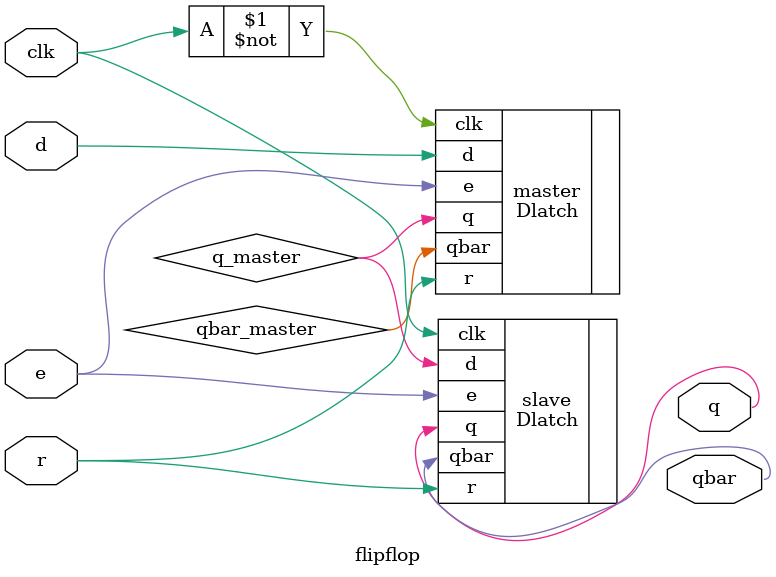
<source format=sv>
`timescale 1ns / 1ps

module flipflop(
input logic d,
input logic clk,
input logic r,
input logic e,
output logic q,
output logic qbar
);
logic q_master , q_slave ,qbar_master;

Dlatch master (.d(d),.clk(~clk),.r(r),.e(e),.q(q_master),.qbar(qbar_master));
Dlatch slave (.d(q_master),.clk(clk),.r(r),.e(e),.q(q),.qbar(qbar));

endmodule

</source>
